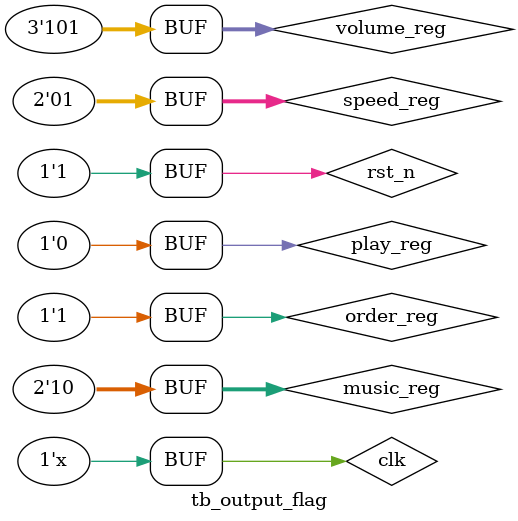
<source format=v>
`timescale 1ns/1ns
module tb_output_flag;

    reg             clk          ;
    reg             rst_n        ;
    reg	            order_reg	 ;  //0, 1
    reg	[1:0]	    music_reg	 ;  //1, 2, 3
    reg	[2:0]       volume_reg   ;  //1, 2, 3, 4, 5
    reg	[1:0]       speed_reg	 ;  //0, 1, 2 
    reg	            play_reg	 ;  //0, 1
    wire	        order1_flag	 ;
    wire	        order2_flag	 ;
    wire            music0_flag	 ;
    wire            music1_flag	 ;
    wire            music2_flag	 ;
    wire            music3_flag	 ;
    wire            volume1_flag ;
    wire            volume2_flag ;
    wire            volume3_flag ;
    wire            volume4_flag ;
    wire            volume5_flag ;
    wire            speed1_flag	 ;
    wire            speed2_flag	 ;
    wire            speed3_flag	 ;
    wire	        play1_flag 	 ;
    wire	        play2_flag 	 ;


    initial begin
        clk <= 1'b0;
        rst_n <= 1'b0;
        order_reg <= 1'b0;
        music_reg <= 1'b0;
        volume_reg <= 1'b0;
        speed_reg <= 1'b0;
        play_reg <= 1'b0;
        #200
        rst_n <= 1'b1;
        #100
        order_reg <= 1'd1;
        #100
        music_reg <= 2'd2;
        #100
        volume_reg <= 3'd1;
        #100
        speed_reg <= 2'd1;
        #100
        play_reg <= 1'd1;
        #200
        order_reg <= 1'd0;
        #100
        music_reg <= 2'd1;
        #100
        volume_reg <= 3'd3;
        #100
        speed_reg <= 2'd2;
        #100
        play_reg <= 1'b1;
        #200
        order_reg <= 1'b1;
        #100
        music_reg <= 2'd3;
        #100
        volume_reg <= 3'd4;
        #100
        speed_reg <= 2'b0;
        #100
        play_reg <= 1'b1;
        #200
        volume_reg <= 3'd2;
        #200
        order_reg <= 1'b0;
        #100
        music_reg <= 2'd2;
        #100
        volume_reg <= 3'd5;
        #100
        speed_reg <= 2'b1;
        #200
        order_reg <= 1'b1;
        #100
        music_reg <= 2'd2;
        #100
        speed_reg <= 2'b1;
        #100
        play_reg <= 1'b0;

    end


    always #10 clk <= ~clk;

    output_flag tb_output_flag_inst
    (
    .clk          	(clk)	,
    .rst_n        	(rst_n)	,
    .order_reg	  	(order_reg)	,
	.music_reg	  	(music_reg)	,
	.volume_reg   	(volume_reg)	,
	.speed_reg	  	(speed_reg)	,
	.play_reg	  	(play_reg)	,
    .order1_flag	(order1_flag) 	,        
    .order2_flag	(order2_flag) 	,        
    .music0_flag	(music0_flag) 	,        
	.music1_flag	(music1_flag)	,        
    .music2_flag	(music2_flag) 	,        
    .music3_flag	(music3_flag) 	,        
	.volume1_flag 	(volume1_flag)	,           
    .volume2_flag 	(volume2_flag)	,           
    .volume3_flag 	(volume3_flag)	,           
    .volume4_flag 	(volume4_flag)	,           
    .volume5_flag 	(volume5_flag)	,           
	.speed1_flag	(speed1_flag) 	,        
    .speed2_flag	(speed2_flag) 	,        
    .speed3_flag	(speed3_flag) 	,        
	.play1_flag 	(play1_flag) 	,        
    .play2_flag 	(play2_flag)          
    );




endmodule
</source>
